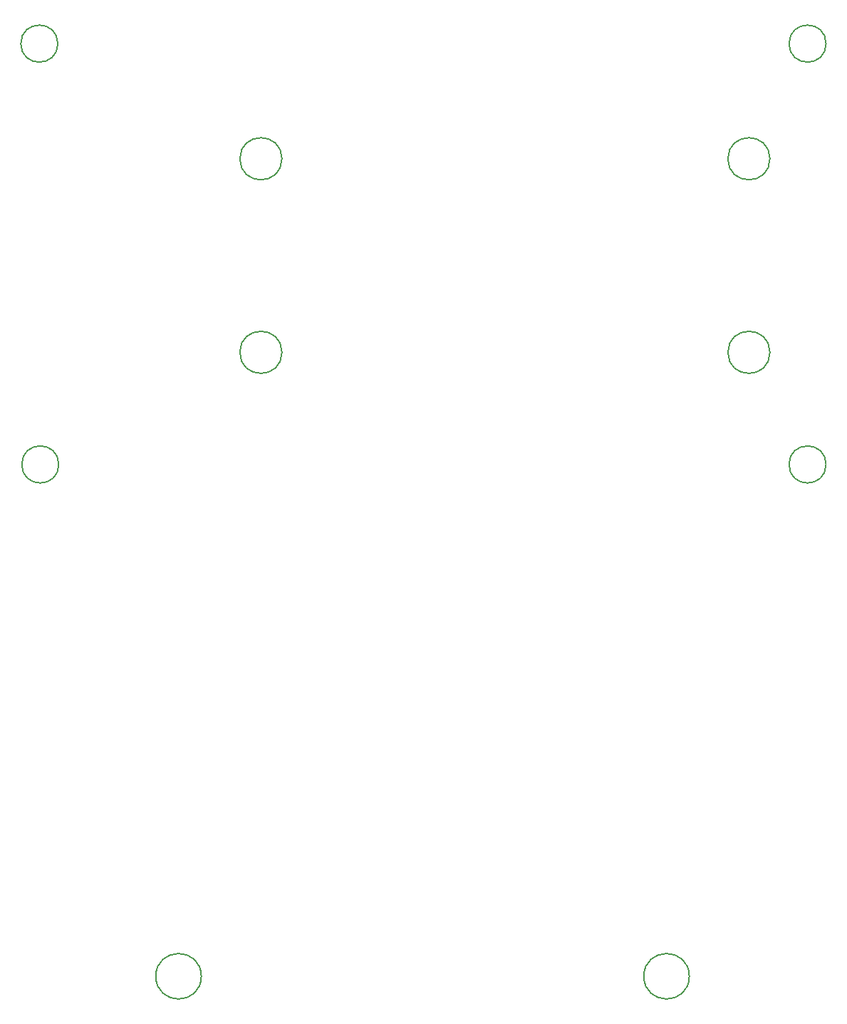
<source format=gbr>
%TF.GenerationSoftware,KiCad,Pcbnew,8.0.4*%
%TF.CreationDate,2024-10-18T18:06:38+03:00*%
%TF.ProjectId,beepy,62656570-792e-46b6-9963-61645f706362,rev?*%
%TF.SameCoordinates,Original*%
%TF.FileFunction,Other,Comment*%
%FSLAX46Y46*%
G04 Gerber Fmt 4.6, Leading zero omitted, Abs format (unit mm)*
G04 Created by KiCad (PCBNEW 8.0.4) date 2024-10-18 18:06:38*
%MOMM*%
%LPD*%
G01*
G04 APERTURE LIST*
%ADD10C,0.150000*%
G04 APERTURE END LIST*
D10*
%TO.C,H9*%
X82885000Y-46368399D02*
G75*
G02*
X77885000Y-46368399I-2500000J0D01*
G01*
X77885000Y-46368399D02*
G75*
G02*
X82885000Y-46368399I2500000J0D01*
G01*
%TO.C,H2*%
X-1641057Y-59687059D02*
G75*
G02*
X-6041057Y-59687059I-2200000J0D01*
G01*
X-6041057Y-59687059D02*
G75*
G02*
X-1641057Y-59687059I2200000J0D01*
G01*
%TO.C,H8*%
X15300000Y-120500000D02*
G75*
G02*
X9900000Y-120500000I-2700000J0D01*
G01*
X9900000Y-120500000D02*
G75*
G02*
X15300000Y-120500000I2700000J0D01*
G01*
%TO.C,H6*%
X24885000Y-46368399D02*
G75*
G02*
X19885000Y-46368399I-2500000J0D01*
G01*
X19885000Y-46368399D02*
G75*
G02*
X24885000Y-46368399I2500000J0D01*
G01*
%TO.C,H1*%
X89557421Y-9686584D02*
G75*
G02*
X85157421Y-9686584I-2200000J0D01*
G01*
X85157421Y-9686584D02*
G75*
G02*
X89557421Y-9686584I2200000J0D01*
G01*
%TO.C,H5*%
X24885000Y-23368399D02*
G75*
G02*
X19885000Y-23368399I-2500000J0D01*
G01*
X19885000Y-23368399D02*
G75*
G02*
X24885000Y-23368399I2500000J0D01*
G01*
%TO.C,H3*%
X89552711Y-59692007D02*
G75*
G02*
X85152711Y-59692007I-2200000J0D01*
G01*
X85152711Y-59692007D02*
G75*
G02*
X89552711Y-59692007I2200000J0D01*
G01*
%TO.C,H4*%
X-1751523Y-9688820D02*
G75*
G02*
X-6151523Y-9688820I-2200000J0D01*
G01*
X-6151523Y-9688820D02*
G75*
G02*
X-1751523Y-9688820I2200000J0D01*
G01*
%TO.C,H10*%
X73300000Y-120500000D02*
G75*
G02*
X67900000Y-120500000I-2700000J0D01*
G01*
X67900000Y-120500000D02*
G75*
G02*
X73300000Y-120500000I2700000J0D01*
G01*
%TO.C,H7*%
X82885000Y-23368399D02*
G75*
G02*
X77885000Y-23368399I-2500000J0D01*
G01*
X77885000Y-23368399D02*
G75*
G02*
X82885000Y-23368399I2500000J0D01*
G01*
%TD*%
M02*

</source>
